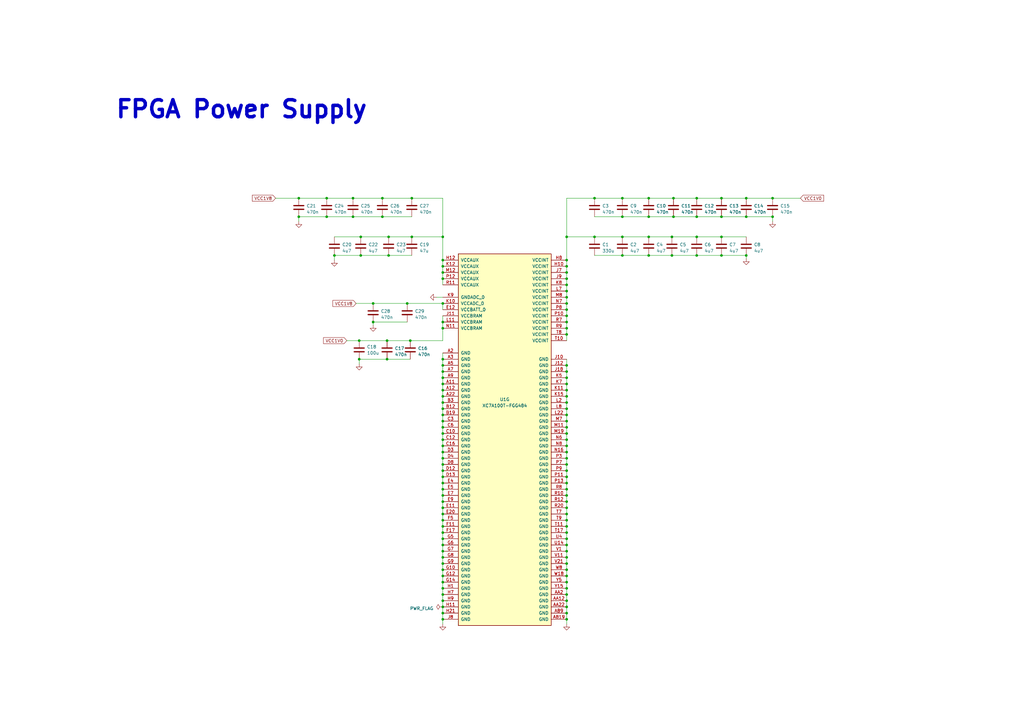
<source format=kicad_sch>
(kicad_sch (version 20230121) (generator eeschema)
  (paper "A3")
  (junction (at 266.065 88.9))
  (junction (at 232.41 236.22))
  (junction (at 306.07 104.775))
  (junction (at 181.61 200.66))
  (junction (at 285.75 81.28))
  (junction (at 275.59 97.155))
  (junction (at 147.955 104.775))
  (junction (at 232.41 127))
  (junction (at 181.61 241.3))
  (junction (at 181.61 195.58))
  (junction (at 232.41 226.06))
  (junction (at 232.41 129.54))
  (junction (at 232.41 187.96))
  (junction (at 133.985 81.28))
  (junction (at 181.61 97.155))
  (junction (at 232.41 137.16))
  (junction (at 295.91 81.28))
  (junction (at 153.035 124.46))
  (junction (at 181.61 185.42))
  (junction (at 232.41 149.86))
  (junction (at 181.61 124.46))
  (junction (at 232.41 177.8))
  (junction (at 181.61 220.98))
  (junction (at 181.61 187.96))
  (junction (at 232.41 198.12))
  (junction (at 122.555 88.9))
  (junction (at 167.005 124.46))
  (junction (at 181.61 218.44))
  (junction (at 181.61 154.94))
  (junction (at 232.41 254))
  (junction (at 266.065 104.775))
  (junction (at 232.41 170.18))
  (junction (at 156.845 81.28))
  (junction (at 181.61 190.5))
  (junction (at 181.61 248.92))
  (junction (at 232.41 182.88))
  (junction (at 181.61 208.28))
  (junction (at 255.27 88.9))
  (junction (at 181.61 106.68))
  (junction (at 232.41 203.2))
  (junction (at 316.865 88.9))
  (junction (at 255.27 81.28))
  (junction (at 232.41 134.62))
  (junction (at 156.845 88.9))
  (junction (at 232.41 152.4))
  (junction (at 181.61 132.08))
  (junction (at 232.41 175.26))
  (junction (at 316.865 81.28))
  (junction (at 306.07 88.9))
  (junction (at 181.61 157.48))
  (junction (at 181.61 226.06))
  (junction (at 181.61 233.68))
  (junction (at 181.61 152.4))
  (junction (at 232.41 111.76))
  (junction (at 181.61 160.02))
  (junction (at 232.41 190.5))
  (junction (at 232.41 215.9))
  (junction (at 232.41 116.84))
  (junction (at 285.75 88.9))
  (junction (at 181.61 215.9))
  (junction (at 232.41 205.74))
  (junction (at 168.91 97.155))
  (junction (at 147.32 139.7))
  (junction (at 158.75 139.7))
  (junction (at 295.91 97.155))
  (junction (at 144.78 81.28))
  (junction (at 232.41 228.6))
  (junction (at 181.61 254))
  (junction (at 295.91 104.775))
  (junction (at 181.61 177.8))
  (junction (at 181.61 111.76))
  (junction (at 181.61 167.64))
  (junction (at 232.41 223.52))
  (junction (at 232.41 167.64))
  (junction (at 232.41 231.14))
  (junction (at 232.41 124.46))
  (junction (at 181.61 205.74))
  (junction (at 147.32 147.32))
  (junction (at 232.41 248.92))
  (junction (at 133.985 88.9))
  (junction (at 122.555 81.28))
  (junction (at 232.41 241.3))
  (junction (at 181.61 162.56))
  (junction (at 295.91 88.9))
  (junction (at 181.61 134.62))
  (junction (at 232.41 180.34))
  (junction (at 181.61 172.72))
  (junction (at 232.41 119.38))
  (junction (at 181.61 175.26))
  (junction (at 181.61 243.84))
  (junction (at 232.41 185.42))
  (junction (at 232.41 162.56))
  (junction (at 181.61 236.22))
  (junction (at 181.61 193.04))
  (junction (at 232.41 121.92))
  (junction (at 181.61 228.6))
  (junction (at 232.41 243.84))
  (junction (at 255.27 104.775))
  (junction (at 232.41 208.28))
  (junction (at 232.41 233.68))
  (junction (at 181.61 182.88))
  (junction (at 168.91 81.28))
  (junction (at 159.385 97.155))
  (junction (at 168.275 139.7))
  (junction (at 255.27 97.155))
  (junction (at 232.41 157.48))
  (junction (at 276.225 88.9))
  (junction (at 232.41 238.76))
  (junction (at 266.065 81.28))
  (junction (at 181.61 149.86))
  (junction (at 181.61 210.82))
  (junction (at 276.225 81.28))
  (junction (at 275.59 104.775))
  (junction (at 181.61 109.22))
  (junction (at 285.75 104.775))
  (junction (at 285.75 97.155))
  (junction (at 232.41 160.02))
  (junction (at 181.61 147.32))
  (junction (at 243.84 97.155))
  (junction (at 232.41 132.08))
  (junction (at 159.385 104.775))
  (junction (at 181.61 180.34))
  (junction (at 181.61 198.12))
  (junction (at 232.41 200.66))
  (junction (at 137.16 104.775))
  (junction (at 181.61 114.3))
  (junction (at 232.41 246.38))
  (junction (at 147.955 97.155))
  (junction (at 181.61 165.1))
  (junction (at 232.41 251.46))
  (junction (at 153.035 132.08))
  (junction (at 232.41 97.155))
  (junction (at 232.41 172.72))
  (junction (at 181.61 251.46))
  (junction (at 181.61 203.2))
  (junction (at 232.41 210.82))
  (junction (at 232.41 106.68))
  (junction (at 232.41 195.58))
  (junction (at 232.41 109.22))
  (junction (at 181.61 223.52))
  (junction (at 232.41 213.36))
  (junction (at 266.065 97.155))
  (junction (at 306.07 81.28))
  (junction (at 232.41 218.44))
  (junction (at 181.61 213.36))
  (junction (at 181.61 238.76))
  (junction (at 232.41 154.94))
  (junction (at 243.84 81.28))
  (junction (at 232.41 165.1))
  (junction (at 144.78 88.9))
  (junction (at 181.61 231.14))
  (junction (at 232.41 220.98))
  (junction (at 181.61 246.38))
  (junction (at 232.41 114.3))
  (junction (at 158.75 147.32))
  (junction (at 232.41 193.04))
  (junction (at 181.61 170.18))
  (wire (pts (xy 153.035 124.46) (xy 167.005 124.46)))
  (wire (pts (xy 181.61 213.36) (xy 181.61 215.9)))
  (wire (pts (xy 181.61 223.52) (xy 181.61 226.06)))
  (wire (pts (xy 122.555 81.28) (xy 133.985 81.28)))
  (wire (pts (xy 266.065 81.28) (xy 276.225 81.28)))
  (wire (pts (xy 232.41 233.68) (xy 232.41 236.22)))
  (wire (pts (xy 232.41 170.18) (xy 232.41 172.72)))
  (wire (pts (xy 181.61 175.26) (xy 181.61 177.8)))
  (wire (pts (xy 144.78 88.9) (xy 156.845 88.9)))
  (wire (pts (xy 232.41 190.5) (xy 232.41 193.04)))
  (wire (pts (xy 137.16 104.775) (xy 147.955 104.775)))
  (wire (pts (xy 243.84 97.155) (xy 232.41 97.155)))
  (wire (pts (xy 181.61 165.1) (xy 181.61 167.64)))
  (wire (pts (xy 232.41 97.155) (xy 232.41 106.68)))
  (wire (pts (xy 295.91 104.775) (xy 306.07 104.775)))
  (wire (pts (xy 159.385 97.155) (xy 168.91 97.155)))
  (wire (pts (xy 232.41 147.32) (xy 232.41 149.86)))
  (wire (pts (xy 147.32 149.225) (xy 147.32 147.32)))
  (wire (pts (xy 232.41 205.74) (xy 232.41 208.28)))
  (wire (pts (xy 232.41 154.94) (xy 232.41 157.48)))
  (wire (pts (xy 285.75 81.28) (xy 295.91 81.28)))
  (wire (pts (xy 181.61 220.98) (xy 181.61 223.52)))
  (wire (pts (xy 243.84 81.28) (xy 255.27 81.28)))
  (wire (pts (xy 181.61 180.34) (xy 181.61 182.88)))
  (wire (pts (xy 158.75 139.7) (xy 168.275 139.7)))
  (wire (pts (xy 181.61 172.72) (xy 181.61 175.26)))
  (wire (pts (xy 243.84 81.28) (xy 232.41 81.28)))
  (wire (pts (xy 153.035 132.08) (xy 153.035 133.35)))
  (wire (pts (xy 181.61 198.12) (xy 181.61 200.66)))
  (wire (pts (xy 232.41 223.52) (xy 232.41 226.06)))
  (wire (pts (xy 113.03 81.28) (xy 122.555 81.28)))
  (wire (pts (xy 168.275 139.7) (xy 181.61 139.7)))
  (wire (pts (xy 181.61 111.76) (xy 181.61 114.3)))
  (wire (pts (xy 232.41 160.02) (xy 232.41 162.56)))
  (wire (pts (xy 232.41 220.98) (xy 232.41 223.52)))
  (wire (pts (xy 146.05 124.46) (xy 153.035 124.46)))
  (wire (pts (xy 181.61 210.82) (xy 181.61 213.36)))
  (wire (pts (xy 181.61 167.64) (xy 181.61 170.18)))
  (wire (pts (xy 181.61 228.6) (xy 181.61 231.14)))
  (wire (pts (xy 181.61 233.68) (xy 181.61 236.22)))
  (wire (pts (xy 232.41 116.84) (xy 232.41 119.38)))
  (wire (pts (xy 181.61 81.28) (xy 168.91 81.28)))
  (wire (pts (xy 159.385 104.775) (xy 168.91 104.775)))
  (wire (pts (xy 232.41 182.88) (xy 232.41 185.42)))
  (wire (pts (xy 243.84 97.155) (xy 255.27 97.155)))
  (wire (pts (xy 181.61 205.74) (xy 181.61 208.28)))
  (wire (pts (xy 232.41 226.06) (xy 232.41 228.6)))
  (wire (pts (xy 133.985 88.9) (xy 144.78 88.9)))
  (wire (pts (xy 232.41 167.64) (xy 232.41 170.18)))
  (wire (pts (xy 232.41 238.76) (xy 232.41 241.3)))
  (wire (pts (xy 276.225 88.9) (xy 285.75 88.9)))
  (wire (pts (xy 232.41 124.46) (xy 232.41 127)))
  (wire (pts (xy 144.78 81.28) (xy 156.845 81.28)))
  (wire (pts (xy 181.61 254) (xy 182.245 254)))
  (wire (pts (xy 142.24 139.7) (xy 147.32 139.7)))
  (wire (pts (xy 181.61 157.48) (xy 181.61 160.02)))
  (wire (pts (xy 153.035 132.08) (xy 167.005 132.08)))
  (wire (pts (xy 232.41 114.3) (xy 232.41 116.84)))
  (wire (pts (xy 232.41 149.86) (xy 232.41 152.4)))
  (wire (pts (xy 167.005 124.46) (xy 181.61 124.46)))
  (wire (pts (xy 275.59 97.155) (xy 285.75 97.155)))
  (wire (pts (xy 147.32 139.7) (xy 158.75 139.7)))
  (wire (pts (xy 122.555 88.9) (xy 133.985 88.9)))
  (wire (pts (xy 181.61 170.18) (xy 181.61 172.72)))
  (wire (pts (xy 306.07 88.9) (xy 316.865 88.9)))
  (wire (pts (xy 266.065 97.155) (xy 275.59 97.155)))
  (wire (pts (xy 147.955 97.155) (xy 159.385 97.155)))
  (wire (pts (xy 232.41 251.46) (xy 232.41 254)))
  (wire (pts (xy 181.61 106.68) (xy 181.61 109.22)))
  (wire (pts (xy 181.61 129.54) (xy 181.61 132.08)))
  (wire (pts (xy 156.845 81.28) (xy 168.91 81.28)))
  (wire (pts (xy 232.41 195.58) (xy 232.41 198.12)))
  (wire (pts (xy 181.61 162.56) (xy 181.61 165.1)))
  (wire (pts (xy 232.41 127) (xy 232.41 129.54)))
  (wire (pts (xy 232.41 119.38) (xy 232.41 121.92)))
  (wire (pts (xy 232.41 185.42) (xy 232.41 187.96)))
  (wire (pts (xy 181.61 236.22) (xy 181.61 238.76)))
  (wire (pts (xy 179.07 121.92) (xy 181.61 121.92)))
  (wire (pts (xy 316.865 81.28) (xy 328.295 81.28)))
  (wire (pts (xy 232.41 132.08) (xy 232.41 134.62)))
  (wire (pts (xy 232.41 203.2) (xy 232.41 205.74)))
  (wire (pts (xy 181.61 231.14) (xy 181.61 233.68)))
  (wire (pts (xy 181.61 241.3) (xy 181.61 243.84)))
  (wire (pts (xy 255.27 104.775) (xy 266.065 104.775)))
  (wire (pts (xy 181.61 246.38) (xy 181.61 248.92)))
  (wire (pts (xy 181.61 195.58) (xy 181.61 198.12)))
  (wire (pts (xy 232.41 210.82) (xy 232.41 213.36)))
  (wire (pts (xy 243.84 104.775) (xy 255.27 104.775)))
  (wire (pts (xy 232.41 213.36) (xy 232.41 215.9)))
  (wire (pts (xy 181.61 248.92) (xy 181.61 251.46)))
  (wire (pts (xy 181.61 160.02) (xy 181.61 162.56)))
  (wire (pts (xy 266.065 88.9) (xy 276.225 88.9)))
  (wire (pts (xy 232.41 208.28) (xy 232.41 210.82)))
  (wire (pts (xy 181.61 154.94) (xy 181.61 157.48)))
  (wire (pts (xy 168.91 97.155) (xy 181.61 97.155)))
  (wire (pts (xy 232.41 129.54) (xy 232.41 132.08)))
  (wire (pts (xy 306.07 106.045) (xy 306.07 104.775)))
  (wire (pts (xy 266.065 104.775) (xy 275.59 104.775)))
  (wire (pts (xy 232.41 180.34) (xy 232.41 182.88)))
  (wire (pts (xy 181.61 255.905) (xy 181.61 254)))
  (wire (pts (xy 181.61 147.32) (xy 181.61 149.86)))
  (wire (pts (xy 232.41 215.9) (xy 232.41 218.44)))
  (wire (pts (xy 295.91 81.28) (xy 306.07 81.28)))
  (wire (pts (xy 255.27 81.28) (xy 266.065 81.28)))
  (wire (pts (xy 181.61 114.3) (xy 181.61 116.84)))
  (wire (pts (xy 232.41 193.04) (xy 232.41 195.58)))
  (wire (pts (xy 137.16 104.775) (xy 137.16 106.68)))
  (wire (pts (xy 181.61 215.9) (xy 181.61 218.44)))
  (wire (pts (xy 181.61 193.04) (xy 181.61 195.58)))
  (wire (pts (xy 255.27 97.155) (xy 266.065 97.155)))
  (wire (pts (xy 232.41 137.16) (xy 232.41 139.7)))
  (wire (pts (xy 181.61 190.5) (xy 181.61 193.04)))
  (wire (pts (xy 181.61 251.46) (xy 181.61 254)))
  (wire (pts (xy 181.61 139.7) (xy 181.61 134.62)))
  (wire (pts (xy 295.91 97.155) (xy 306.07 97.155)))
  (wire (pts (xy 232.41 177.8) (xy 232.41 180.34)))
  (wire (pts (xy 122.555 88.9) (xy 122.555 90.805)))
  (wire (pts (xy 255.27 88.9) (xy 266.065 88.9)))
  (wire (pts (xy 285.75 88.9) (xy 295.91 88.9)))
  (wire (pts (xy 181.61 203.2) (xy 181.61 205.74)))
  (wire (pts (xy 181.61 149.86) (xy 181.61 152.4)))
  (wire (pts (xy 232.41 172.72) (xy 232.41 175.26)))
  (wire (pts (xy 232.41 162.56) (xy 232.41 165.1)))
  (wire (pts (xy 133.985 81.28) (xy 144.78 81.28)))
  (wire (pts (xy 232.41 109.22) (xy 232.41 111.76)))
  (wire (pts (xy 232.41 111.76) (xy 232.41 114.3)))
  (wire (pts (xy 181.61 185.42) (xy 181.61 187.96)))
  (wire (pts (xy 181.61 144.78) (xy 181.61 147.32)))
  (wire (pts (xy 232.41 106.68) (xy 232.41 109.22)))
  (wire (pts (xy 232.41 152.4) (xy 232.41 154.94)))
  (wire (pts (xy 232.41 218.44) (xy 232.41 220.98)))
  (wire (pts (xy 275.59 104.775) (xy 285.75 104.775)))
  (wire (pts (xy 232.41 241.3) (xy 232.41 243.84)))
  (wire (pts (xy 181.61 187.96) (xy 181.61 190.5)))
  (wire (pts (xy 181.61 109.22) (xy 181.61 111.76)))
  (wire (pts (xy 232.41 246.38) (xy 232.41 248.92)))
  (wire (pts (xy 232.41 200.66) (xy 232.41 203.2)))
  (wire (pts (xy 316.865 88.9) (xy 316.865 90.805)))
  (wire (pts (xy 232.41 175.26) (xy 232.41 177.8)))
  (wire (pts (xy 232.41 157.48) (xy 232.41 160.02)))
  (wire (pts (xy 232.41 255.905) (xy 232.41 254)))
  (wire (pts (xy 232.41 134.62) (xy 232.41 137.16)))
  (wire (pts (xy 181.61 200.66) (xy 181.61 203.2)))
  (wire (pts (xy 295.91 88.9) (xy 306.07 88.9)))
  (wire (pts (xy 232.41 243.84) (xy 232.41 246.38)))
  (wire (pts (xy 243.84 88.9) (xy 255.27 88.9)))
  (wire (pts (xy 232.41 121.92) (xy 232.41 124.46)))
  (wire (pts (xy 181.61 226.06) (xy 181.61 228.6)))
  (wire (pts (xy 181.61 177.8) (xy 181.61 180.34)))
  (wire (pts (xy 276.225 81.28) (xy 285.75 81.28)))
  (wire (pts (xy 306.07 81.28) (xy 316.865 81.28)))
  (wire (pts (xy 232.41 228.6) (xy 232.41 231.14)))
  (wire (pts (xy 181.61 152.4) (xy 181.61 154.94)))
  (wire (pts (xy 232.41 231.14) (xy 232.41 233.68)))
  (wire (pts (xy 181.61 106.68) (xy 181.61 97.155)))
  (wire (pts (xy 285.75 104.775) (xy 295.91 104.775)))
  (wire (pts (xy 181.61 238.76) (xy 181.61 241.3)))
  (wire (pts (xy 158.75 147.32) (xy 168.275 147.32)))
  (wire (pts (xy 137.16 97.155) (xy 147.955 97.155)))
  (wire (pts (xy 232.41 198.12) (xy 232.41 200.66)))
  (wire (pts (xy 181.61 243.84) (xy 181.61 246.38)))
  (wire (pts (xy 181.61 97.155) (xy 181.61 81.28)))
  (wire (pts (xy 181.61 132.08) (xy 181.61 134.62)))
  (wire (pts (xy 232.41 187.96) (xy 232.41 190.5)))
  (wire (pts (xy 232.41 236.22) (xy 232.41 238.76)))
  (wire (pts (xy 181.61 208.28) (xy 181.61 210.82)))
  (wire (pts (xy 181.61 218.44) (xy 181.61 220.98)))
  (wire (pts (xy 181.61 182.88) (xy 181.61 185.42)))
  (wire (pts (xy 232.41 81.28) (xy 232.41 97.155)))
  (wire (pts (xy 147.955 104.775) (xy 159.385 104.775)))
  (wire (pts (xy 147.32 147.32) (xy 158.75 147.32)))
  (wire (pts (xy 232.41 248.92) (xy 232.41 251.46)))
  (wire (pts (xy 156.845 88.9) (xy 168.91 88.9)))
  (wire (pts (xy 181.61 124.46) (xy 181.61 127)))
  (wire (pts (xy 232.41 165.1) (xy 232.41 167.64)))
  (wire (pts (xy 285.75 97.155) (xy 295.91 97.155)))
  (text "FPGA Power Supply\n\n" (at 46.99 60.325 0) (effects (font (size 7 7) (thickness 1.4) bold) (justify left bottom)))
  (global_label "VCC1V8" (shape input) (at 113.03 81.28 180) (property "Intersheetrefs" "${INTERSHEET_REFS}" (effects hide)))
  (global_label "VCC1V8" (shape input) (at 146.05 124.46 180) (property "Intersheetrefs" "${INTERSHEET_REFS}" (effects hide)))
  (global_label "VCC1V0" (shape input) (at 328.295 81.28 0) (property "Intersheetrefs" "${INTERSHEET_REFS}" (effects hide)))
  (global_label "VCC1V0" (shape input) (at 142.24 139.7 180) (property "Intersheetrefs" "${INTERSHEET_REFS}" (effects hide)))
  (symbol (lib_id "power:GND") (at 147.32 149.225 0) (unit 1)
    (property "Reference" "#PWR03" (effects hide))
    (property "Value" "GND" (effects hide))
  )
  (symbol (lib_id "power:GND") (at 306.07 106.045 0) (unit 1)
    (property "Reference" "#PWR05" (effects hide))
    (property "Value" "GND" (effects hide))
  )
  (symbol (lib_id "Device:C") (at 295.91 100.965 0) (unit 1)
    (property "Reference" "C7" (at 299.085 100.33 0) (effects (justify left)))
    (property "Value" "4u7" (at 299.085 102.87 0) (effects (justify left)))
    (property "Footprint" "GRM21BR71A475KE51L:CAPC2012X140N" (effects hide))
  )
  (symbol (lib_id "Device:C") (at 255.27 85.09 0) (unit 1)
    (property "Reference" "C9" (at 258.445 84.455 0) (effects (justify left)))
    (property "Value" "470n" (at 258.445 86.995 0) (effects (justify left)))
    (property "Footprint" "GRM155R60J474KE19D:CAPC1005X55N" (effects hide))
  )
  (symbol (lib_id "power:GND") (at 316.865 90.805 0) (unit 1)
    (property "Reference" "#PWR04" (effects hide))
    (property "Value" "GND" (effects hide))
  )
  (symbol (lib_id "Device:C") (at 295.91 85.09 0) (unit 1)
    (property "Reference" "C13" (at 299.085 84.455 0) (effects (justify left)))
    (property "Value" "470n" (at 299.085 86.995 0) (effects (justify left)))
    (property "Footprint" "GRM155R60J474KE19D:CAPC1005X55N" (effects hide))
  )
  (symbol (lib_id "Device:C") (at 133.985 85.09 0) (unit 1)
    (property "Reference" "C24" (at 137.16 84.455 0) (effects (justify left)))
    (property "Value" "470n" (at 137.16 86.995 0) (effects (justify left)))
    (property "Footprint" "GRM155R60J474KE19D:CAPC1005X55N" (effects hide))
  )
  (symbol (lib_id "power:GND") (at 232.41 255.905 0) (unit 1)
    (property "Reference" "#PWR02" (effects hide))
    (property "Value" "GND" (effects hide))
  )
  (symbol (lib_id "Device:C") (at 243.84 100.965 0) (unit 1)
    (property "Reference" "C1" (at 247.015 100.33 0) (effects (justify left)))
    (property "Value" "330u" (at 247.015 102.87 0) (effects (justify left)))
    (property "Footprint" "T520V337M2R5ATE025:CAPMP7.6X4.3_1.9N_KEM" (effects hide))
  )
  (symbol (lib_id "power:GND") (at 137.16 106.68 0) (unit 1)
    (property "Reference" "#PWR07" (effects hide))
    (property "Value" "GND" (effects hide))
  )
  (symbol (lib_id "Device:C") (at 306.07 100.965 0) (unit 1)
    (property "Reference" "C8" (at 309.245 100.33 0) (effects (justify left)))
    (property "Value" "4u7" (at 309.245 102.87 0) (effects (justify left)))
    (property "Footprint" "GRM21BR71A475KE51L:CAPC2012X140N" (effects hide))
  )
  (symbol (lib_id "Device:C") (at 147.955 100.965 0) (unit 1)
    (property "Reference" "C22" (at 151.13 100.33 0) (effects (justify left)))
    (property "Value" "4u7" (at 151.13 102.87 0) (effects (justify left)))
    (property "Footprint" "GRM21BR71A475KE51L:CAPC2012X140N" (effects hide))
  )
  (symbol (lib_id "power:GND") (at 181.61 255.905 0) (unit 1)
    (property "Reference" "#PWR01" (effects hide))
    (property "Value" "GND" (effects hide))
  )
  (symbol (lib_id "Device:C") (at 153.035 128.27 0) (unit 1)
    (property "Reference" "C28" (at 156.21 127.635 0) (effects (justify left)))
    (property "Value" "470n" (at 156.21 130.175 0) (effects (justify left)))
    (property "Footprint" "GRM155R60J474KE19D:CAPC1005X55N" (effects hide))
  )
  (symbol (lib_id "Device:C") (at 167.005 128.27 0) (unit 1)
    (property "Reference" "C29" (at 170.18 127.635 0) (effects (justify left)))
    (property "Value" "470n" (at 170.18 130.175 0) (effects (justify left)))
    (property "Footprint" "GRM155R60J474KE19D:CAPC1005X55N" (effects hide))
  )
  (symbol (lib_id "Device:C") (at 147.32 143.51 0) (unit 1)
    (property "Reference" "C18" (at 150.495 142.24 0) (effects (justify left)))
    (property "Value" "100u" (at 150.495 144.78 0) (effects (justify left)))
    (property "Footprint" "GRM32ER60J107ME20L:G-32_MUR" (effects hide))
  )
  (symbol (lib_id "Device:C") (at 159.385 100.965 0) (unit 1)
    (property "Reference" "C23" (at 162.56 100.33 0) (effects (justify left)))
    (property "Value" "4u7" (at 162.56 102.87 0) (effects (justify left)))
    (property "Footprint" "GRM21BR71A475KE51L:CAPC2012X140N" (effects hide))
  )
  (symbol (lib_id "Device:C") (at 316.865 85.09 0) (unit 1)
    (property "Reference" "C15" (at 320.04 84.455 0) (effects (justify left)))
    (property "Value" "470n" (at 320.04 86.995 0) (effects (justify left)))
    (property "Footprint" "GRM155R60J474KE19D:CAPC1005X55N" (effects hide))
  )
  (symbol (lib_id "Device:C") (at 266.065 85.09 0) (unit 1)
    (property "Reference" "C10" (at 269.24 84.455 0) (effects (justify left)))
    (property "Value" "470n" (at 269.24 86.995 0) (effects (justify left)))
    (property "Footprint" "GRM155R60J474KE19D:CAPC1005X55N" (effects hide))
  )
  (symbol (lib_id "Device:C") (at 168.91 85.09 0) (unit 1)
    (property "Reference" "C27" (at 172.085 84.455 0) (effects (justify left)))
    (property "Value" "470n" (at 172.085 86.995 0) (effects (justify left)))
    (property "Footprint" "GRM155R60J474KE19D:CAPC1005X55N" (effects hide))
  )
  (symbol (lib_id "Device:C") (at 285.75 100.965 0) (unit 1)
    (property "Reference" "C6" (at 288.925 100.33 0) (effects (justify left)))
    (property "Value" "4u7" (at 288.925 102.87 0) (effects (justify left)))
    (property "Footprint" "GRM21BR71A475KE51L:CAPC2012X140N" (effects hide))
  )
  (symbol (lib_id "Device:C") (at 122.555 85.09 0) (unit 1)
    (property "Reference" "C21" (at 125.73 84.455 0) (effects (justify left)))
    (property "Value" "470n" (at 125.73 86.995 0) (effects (justify left)))
    (property "Footprint" "GRM155R60J474KE19D:CAPC1005X55N" (effects hide))
  )
  (symbol (lib_id "Device:C") (at 306.07 85.09 0) (unit 1)
    (property "Reference" "C14" (at 309.245 84.455 0) (effects (justify left)))
    (property "Value" "470n" (at 309.245 86.995 0) (effects (justify left)))
    (property "Footprint" "GRM155R60J474KE19D:CAPC1005X55N" (effects hide))
  )
  (symbol (lib_id "Device:C") (at 168.91 100.965 0) (unit 1)
    (property "Reference" "C19" (at 172.085 100.33 0) (effects (justify left)))
    (property "Value" "47u" (at 172.085 102.87 0) (effects (justify left)))
    (property "Footprint" "GRM32ER70J476ME20L:G-32_MUR" (effects hide))
  )
  (symbol (lib_id "Device:C") (at 144.78 85.09 0) (unit 1)
    (property "Reference" "C25" (at 147.955 84.455 0) (effects (justify left)))
    (property "Value" "470n" (at 147.955 86.995 0) (effects (justify left)))
    (property "Footprint" "GRM155R60J474KE19D:CAPC1005X55N" (effects hide))
  )
  (symbol (lib_id "Device:C") (at 243.84 85.09 0) (unit 1)
    (property "Reference" "C3" (at 247.015 84.455 0) (effects (justify left)))
    (property "Value" "470n" (at 247.015 86.995 0) (effects (justify left)))
    (property "Footprint" "GRM155R60J474KE19D:CAPC1005X55N" (effects hide))
  )
  (symbol (lib_id "Device:C") (at 255.27 100.965 0) (unit 1)
    (property "Reference" "C2" (at 258.445 100.33 0) (effects (justify left)))
    (property "Value" "4u7" (at 258.445 102.87 0) (effects (justify left)))
    (property "Footprint" "GRM21BR71A475KE51L:CAPC2012X140N" (effects hide))
  )
  (symbol (lib_id "Device:C") (at 276.225 85.09 0) (unit 1)
    (property "Reference" "C11" (at 279.4 84.455 0) (effects (justify left)))
    (property "Value" "470n" (at 279.4 86.995 0) (effects (justify left)))
    (property "Footprint" "GRM155R60J474KE19D:CAPC1005X55N" (effects hide))
  )
  (symbol (lib_id "Device:C") (at 266.065 100.965 0) (unit 1)
    (property "Reference" "C4" (at 269.24 100.33 0) (effects (justify left)))
    (property "Value" "4u7" (at 269.24 102.87 0) (effects (justify left)))
    (property "Footprint" "GRM21BR71A475KE51L:CAPC2012X140N" (effects hide))
  )
  (symbol (lib_id "power:GND") (at 179.07 121.92 270) (unit 1)
    (property "Reference" "#PWR08" (effects hide))
    (property "Value" "GND" (effects hide))
  )
  (symbol (lib_id "power:GND") (at 122.555 90.805 0) (unit 1)
    (property "Reference" "#PWR06" (effects hide))
    (property "Value" "GND" (effects hide))
  )
  (symbol (lib_id "Device:C") (at 275.59 100.965 0) (unit 1)
    (property "Reference" "C5" (at 278.765 100.33 0) (effects (justify left)))
    (property "Value" "4u7" (at 278.765 102.87 0) (effects (justify left)))
    (property "Footprint" "GRM21BR71A475KE51L:CAPC2012X140N" (effects hide))
  )
  (symbol (lib_id "Device:C") (at 137.16 100.965 0) (unit 1)
    (property "Reference" "C20" (at 140.335 100.33 0) (effects (justify left)))
    (property "Value" "4u7" (at 140.335 102.87 0) (effects (justify left)))
    (property "Footprint" "GRM21BR71A475KE51L:CAPC2012X140N" (effects hide))
  )
  (symbol (lib_id "Device:C") (at 158.75 143.51 0) (unit 1)
    (property "Reference" "C17" (at 161.925 142.875 0) (effects (justify left)))
    (property "Value" "470n" (at 161.925 145.415 0) (effects (justify left)))
    (property "Footprint" "GRM155R60J474KE19D:CAPC1005X55N" (effects hide))
  )
  (symbol (lib_id "power:GND") (at 153.035 133.35 0) (unit 1)
    (property "Reference" "#PWR09" (effects hide))
    (property "Value" "GND" (effects hide))
  )
  (symbol (lib_id "Device:C") (at 156.845 85.09 0) (unit 1)
    (property "Reference" "C26" (at 160.02 84.455 0) (effects (justify left)))
    (property "Value" "470n" (at 160.02 86.995 0) (effects (justify left)))
    (property "Footprint" "GRM155R60J474KE19D:CAPC1005X55N" (effects hide))
  )
  (symbol (lib_id "Device:C") (at 285.75 85.09 0) (unit 1)
    (property "Reference" "C12" (at 288.925 84.455 0) (effects (justify left)))
    (property "Value" "470n" (at 288.925 86.995 0) (effects (justify left)))
    (property "Footprint" "GRM155R60J474KE19D:CAPC1005X55N" (effects hide))
  )
  (symbol (lib_id "Device:C") (at 168.275 143.51 0) (unit 1)
    (property "Reference" "C16" (at 171.45 142.875 0) (effects (justify left)))
    (property "Value" "470n" (at 171.45 145.415 0) (effects (justify left)))
    (property "Footprint" "GRM155R60J474KE19D:CAPC1005X55N" (effects hide))
  )
  (symbol (lib_id "power:PWR_FLAG") (at 181.61 248.92 90) (unit 1)
    (property "Reference" "#FLG013" (effects hide))
    (property "Value" "PWR_FLAG" (at 177.8 249.555 90) (effects (justify left)))
  )
  (symbol (lib_id "FPGA_Xilinx_Artix7:XC7A100T-FGG484") (at 207.01 180.34 0) (unit 7)
    (property "Reference" "U1" (at 207.01 163.83 0))
    (property "Value" "XC7A100T-FGG484" (at 207.01 166.37 0))
    (property "Footprint" "XC7A100T-2FGG484C:BGA484C100P22X22_2300X2300X260N" (effects hide))
  )
)
</source>
